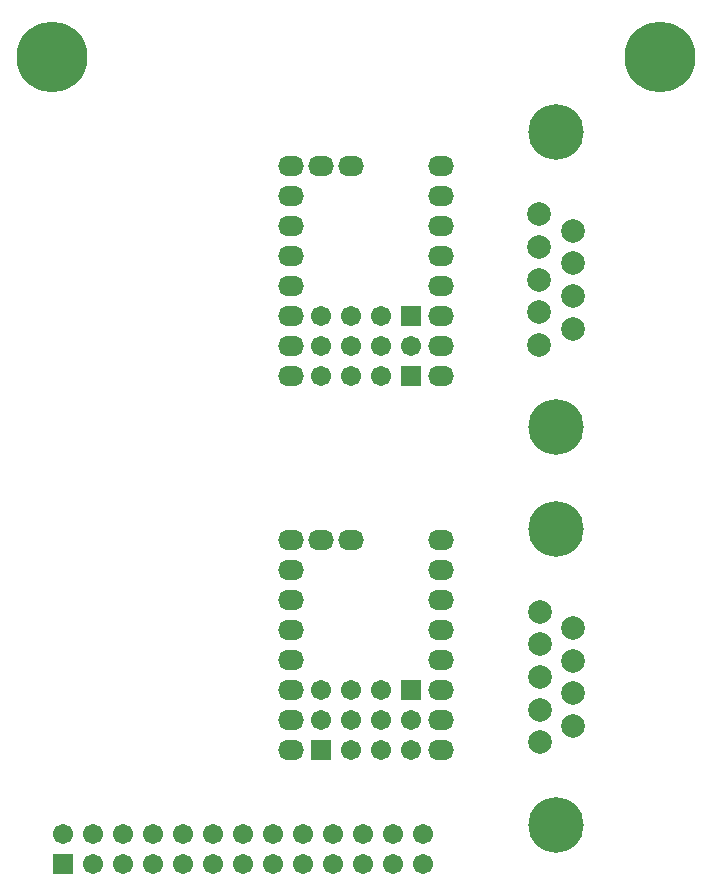
<source format=gbs>
G04*
G04 #@! TF.GenerationSoftware,Altium Limited,Altium Designer,20.0.13 (296)*
G04*
G04 Layer_Color=16711935*
%FSLAX25Y25*%
%MOIN*%
G70*
G01*
G75*
%ADD36C,0.06706*%
%ADD37R,0.06706X0.06706*%
%ADD38O,0.08674X0.06706*%
%ADD39O,0.08674X0.06706*%
%ADD40C,0.18517*%
%ADD41C,0.07887*%
%ADD42C,0.23622*%
D36*
X553500Y225500D02*
D03*
Y235500D02*
D03*
X563500Y225500D02*
D03*
Y235500D02*
D03*
X573500Y225500D02*
D03*
X543500Y235500D02*
D03*
Y225500D02*
D03*
X553500Y215500D02*
D03*
X563500D02*
D03*
X573500D02*
D03*
X553500Y350000D02*
D03*
Y360000D02*
D03*
X563500Y350000D02*
D03*
Y360000D02*
D03*
X573500Y350000D02*
D03*
X543500Y360000D02*
D03*
Y350000D02*
D03*
X563500Y340000D02*
D03*
X553500D02*
D03*
X543500D02*
D03*
X507500Y187500D02*
D03*
Y177500D02*
D03*
X487500Y187500D02*
D03*
Y177500D02*
D03*
X457500Y187500D02*
D03*
X467500Y177500D02*
D03*
Y187500D02*
D03*
X477500Y177500D02*
D03*
Y187500D02*
D03*
X497500D02*
D03*
Y177500D02*
D03*
X517500D02*
D03*
Y187500D02*
D03*
X527500Y177500D02*
D03*
X537500D02*
D03*
X547500D02*
D03*
Y187500D02*
D03*
X537500D02*
D03*
X527500D02*
D03*
X557500Y177500D02*
D03*
Y187500D02*
D03*
X567500Y177500D02*
D03*
Y187500D02*
D03*
X577500Y177500D02*
D03*
Y187500D02*
D03*
D37*
X573500Y235500D02*
D03*
X543500Y215500D02*
D03*
X573500Y360000D02*
D03*
Y340000D02*
D03*
X457500Y177500D02*
D03*
D38*
X583500Y380000D02*
D03*
Y370000D02*
D03*
Y360000D02*
D03*
Y350000D02*
D03*
Y340000D02*
D03*
Y390000D02*
D03*
Y400000D02*
D03*
Y410000D02*
D03*
X533500D02*
D03*
Y400000D02*
D03*
Y390000D02*
D03*
Y340000D02*
D03*
Y350000D02*
D03*
Y360000D02*
D03*
Y370000D02*
D03*
Y380000D02*
D03*
X583500Y255500D02*
D03*
Y245500D02*
D03*
Y235500D02*
D03*
Y225500D02*
D03*
Y215500D02*
D03*
Y265500D02*
D03*
Y275500D02*
D03*
Y285500D02*
D03*
X533500D02*
D03*
Y275500D02*
D03*
Y265500D02*
D03*
Y215500D02*
D03*
Y225500D02*
D03*
Y235500D02*
D03*
Y245500D02*
D03*
Y255500D02*
D03*
D39*
X543500Y410000D02*
D03*
X553500D02*
D03*
X543500Y285500D02*
D03*
X553500D02*
D03*
D40*
X622000Y190500D02*
D03*
Y288886D02*
D03*
X621910Y421335D02*
D03*
Y322949D02*
D03*
D41*
X616409Y239693D02*
D03*
Y250598D02*
D03*
Y261504D02*
D03*
Y228787D02*
D03*
Y217882D02*
D03*
X627591Y234240D02*
D03*
Y223335D02*
D03*
Y245146D02*
D03*
Y256051D02*
D03*
X627500Y388500D02*
D03*
Y377594D02*
D03*
Y355784D02*
D03*
Y366689D02*
D03*
X616319Y350331D02*
D03*
Y361236D02*
D03*
Y393953D02*
D03*
Y383047D02*
D03*
Y372142D02*
D03*
D42*
X454000Y446500D02*
D03*
X656500D02*
D03*
M02*

</source>
